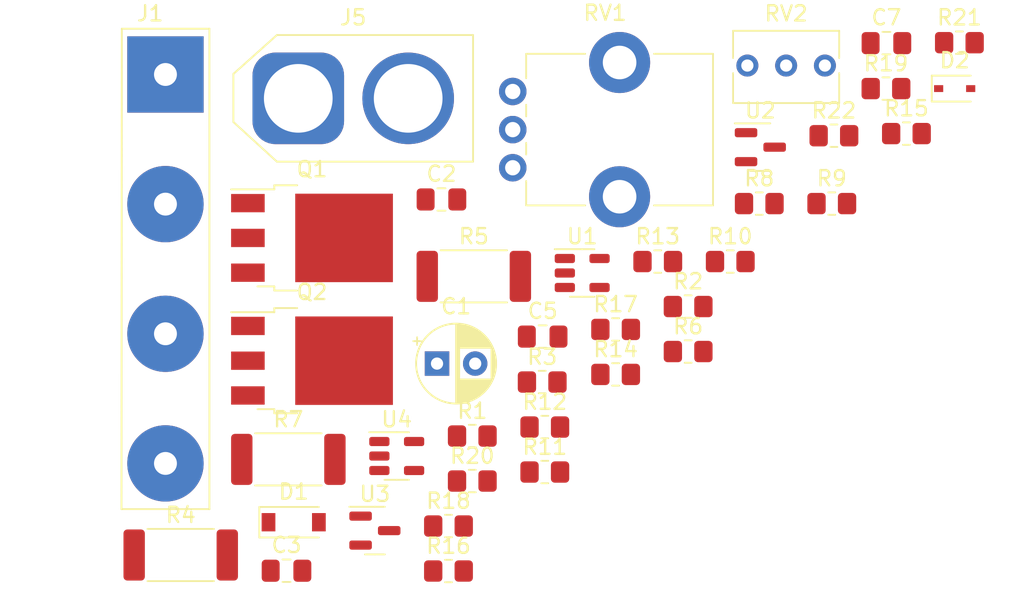
<source format=kicad_pcb>
(kicad_pcb (version 20211014) (generator pcbnew)
  (layers (0 "F.Cu" signal) (31 "B.Cu" signal) (34 "B.Paste" user) (35 "F.Paste" user) (36 "B.SilkS" user "B.Silkscreen") (37 "F.SilkS" user "F.Silkscreen") (38 "B.Mask" user) (39 "F.Mask" user) (44 "Edge.Cuts" user))
  (net 0 "")
  (net 1 "Net-(C1-Pad1)")
  (net 2 "GND")
  (net 3 "Net-(C2-Pad2)")
  (net 4 "Net-(C3-Pad2)")
  (net 5 "Net-(C5-Pad2)")
  (net 6 "Net-(C7-Pad2)")
  (net 7 "Net-(D1-Pad2)")
  (net 8 "Net-(D2-Pad1)")
  (net 9 "Net-(D2-Pad2)")
  (net 10 "+12V")
  (net 11 "Net-(Q1-Pad2)")
  (net 12 "Net-(C4-Pad1)")
  (net 13 "Net-(R9-Pad2)")
  (net 14 "Net-(C4-Pad2)")
  (net 15 "Net-(R13-Pad2)")
  (net 16 "Net-(D3-Pad1)")
  (net 17 "Net-(R15-Pad2)")
  (net 18 "Net-(Q3-Pad1)")
  (net 19 "Net-(R19-Pad2)")
  (net 20 "Net-(R20-Pad1)")
  (net 21 "Net-(J3-Pad1)")
  (net 22 "Net-(R21-Pad2)")
  (net 23 "Net-(J3-Pad2)")
  (footprint "Capacitor_SMD:C_0805_2012Metric_Pad1.18x1.45mm_HandSolder" (layer "F.Cu") (at 99.360225 110.1)
    (fp_text reference "C3" (at 0 -1.68) (layer "F.SilkS"))
    (fp_text value "100n")
    (fp_line (start -0.261252 0.735) (end 0.261252 0.735) (layer "F.SilkS") (width 0.12))
    (fp_line (start -0.261252 -0.735) (end 0.261252 -0.735) (layer "F.SilkS") (width 0.12))
    (pad "1" smd roundrect (at -1.0375 0) (size 1.175 1.45) (layers "F.Cu" "F.Paste" "F.Mask") (roundrect_rratio 0.212766) (net 2 "GND"))
    (pad "2" smd roundrect (at 1.0375 0) (size 1.175 1.45) (layers "F.Cu" "F.Paste" "F.Mask") (roundrect_rratio 0.212766) (net 4 "Net-(C3-Pad2)"))
  )
  (footprint "Capacitor_SMD:C_0805_2012Metric_Pad1.18x1.45mm_HandSolder" (layer "F.Cu") (at 116.140225 94.75)
    (fp_text reference "C5" (at 0 -1.68) (layer "F.SilkS"))
    (fp_text value "100n")
    (fp_line (start -0.261252 -0.735) (end 0.261252 -0.735) (layer "F.SilkS") (width 0.12))
    (fp_line (start -0.261252 0.735) (end 0.261252 0.735) (layer "F.SilkS") (width 0.12))
    (pad "1" smd roundrect (at -1.0375 0) (size 1.175 1.45) (layers "F.Cu" "F.Paste" "F.Mask") (roundrect_rratio 0.212766) (net 2 "GND"))
    (pad "2" smd roundrect (at 1.0375 0) (size 1.175 1.45) (layers "F.Cu" "F.Paste" "F.Mask") (roundrect_rratio 0.212766) (net 5 "Net-(C5-Pad2)"))
  )
  (footprint "Resistor_SMD:R_0805_2012Metric_Pad1.20x1.40mm_HandSolder" (layer "F.Cu") (at 116.280225 100.68)
    (fp_text reference "R12" (at 0 -1.65) (layer "F.SilkS"))
    (fp_text value "2k2")
    (fp_line (start -0.227064 -0.735) (end 0.227064 -0.735) (layer "F.SilkS") (width 0.12))
    (fp_line (start -0.227064 0.735) (end 0.227064 0.735) (layer "F.SilkS") (width 0.12))
    (pad "1" smd roundrect (at -1 0) (size 1.2 1.4) (layers "F.Cu" "F.Paste" "F.Mask") (roundrect_rratio 0.208333) (net 5 "Net-(C5-Pad2)"))
    (pad "2" smd roundrect (at 1 0) (size 1.2 1.4) (layers "F.Cu" "F.Paste" "F.Mask") (roundrect_rratio 0.208333) (net 2 "GND"))
  )
  (footprint "psuk:ATABA S-360-12 connector" (layer "F.Cu") (at 91.430225 77.565)
    (fp_text reference "J1" (at -1 -4) (layer "F.SilkS"))
    (fp_text value "ATABA S-360-12 connector")
    (fp_line (start 2.88 -3) (end 2.88 28.5) (layer "F.SilkS") (width 0.12))
    (fp_line (start -2.86 -3) (end 2.88 -3) (layer "F.SilkS") (width 0.12))
    (fp_line (start 2.88 28.5) (end -2.88 28.5) (layer "F.SilkS") (width 0.12))
    (fp_line (start -2.88 28.5) (end -2.86 -3) (layer "F.SilkS") (width 0.12))
    (pad "1" thru_hole rect (at 0 0) (size 5 5) (drill 1.5) (layers *.Cu *.Mask) (net 2 "GND"))
    (pad "2" thru_hole circle (at 0 8.5) (size 5 5) (drill 1.5) (layers *.Cu *.Mask) (net 2 "GND"))
    (pad "3" thru_hole circle (at 0 17) (size 5 5) (drill 1.5) (layers *.Cu *.Mask) (net 10 "+12V"))
    (pad "4" thru_hole circle (at 0 25.5) (size 5 5) (drill 1.5) (layers *.Cu *.Mask) (net 10 "+12V"))
  )
  (footprint "Resistor_SMD:R_0805_2012Metric_Pad1.20x1.40mm_HandSolder" (layer "F.Cu") (at 116.110225 97.73)
    (fp_text reference "R3" (at 0 -1.65) (layer "F.SilkS"))
    (fp_text value "15k")
    (fp_line (start -0.227064 0.735) (end 0.227064 0.735) (layer "F.SilkS") (width 0.12))
    (fp_line (start -0.227064 -0.735) (end 0.227064 -0.735) (layer "F.SilkS") (width 0.12))
    (pad "1" smd roundrect (at -1 0) (size 1.2 1.4) (layers "F.Cu" "F.Paste" "F.Mask") (roundrect_rratio 0.208333) (net 8 "Net-(D2-Pad1)"))
    (pad "2" smd roundrect (at 1 0) (size 1.2 1.4) (layers "F.Cu" "F.Paste" "F.Mask") (roundrect_rratio 0.208333) (net 9 "Net-(D2-Pad2)"))
  )
  (footprint "Capacitor_SMD:C_0805_2012Metric_Pad1.18x1.45mm_HandSolder" (layer "F.Cu") (at 109.510225 85.76)
    (fp_text reference "C2" (at 0 -1.68) (layer "F.SilkS"))
    (fp_text value "100n")
    (fp_line (start -0.261252 0.735) (end 0.261252 0.735) (layer "F.SilkS") (width 0.12))
    (fp_line (start -0.261252 -0.735) (end 0.261252 -0.735) (layer "F.SilkS") (width 0.12))
    (pad "1" smd roundrect (at -1.0375 0) (size 1.175 1.45) (layers "F.Cu" "F.Paste" "F.Mask") (roundrect_rratio 0.212766) (net 2 "GND"))
    (pad "2" smd roundrect (at 1.0375 0) (size 1.175 1.45) (layers "F.Cu" "F.Paste" "F.Mask") (roundrect_rratio 0.212766) (net 3 "Net-(C2-Pad2)"))
  )
  (footprint "Potentiometer_THT:Potentiometer_Bourns_3266Y_Vertical" (layer "F.Cu") (at 134.630225 76.98)
    (fp_text reference "RV2" (at -2.54 -3.41) (layer "F.SilkS"))
    (fp_text value "1k")
    (fp_line (start 0.935 -2.28) (end 0.935 -0.494) (layer "F.SilkS") (width 0.12))
    (fp_line (start -6.015 0.496) (end -6.015 2.46) (layer "F.SilkS") (width 0.12))
    (fp_line (start -6.015 -2.28) (end -6.015 -0.494) (layer "F.SilkS") (width 0.12))
    (fp_line (start 0.935 0.496) (end 0.935 2.46) (layer "F.SilkS") (width 0.12))
    (fp_line (start -6.015 -2.28) (end 0.935 -2.28) (layer "F.SilkS") (width 0.12))
    (fp_line (start -6.015 2.46) (end 0.935 2.46) (layer "F.SilkS") (width 0.12))
    (pad "1" thru_hole circle (at 0 0) (size 1.44 1.44) (drill 0.8) (layers *.Cu *.Mask) (net 23 "Net-(J3-Pad2)"))
    (pad "2" thru_hole circle (at -2.54 0) (size 1.44 1.44) (drill 0.8) (layers *.Cu *.Mask) (net 23 "Net-(J3-Pad2)"))
    (pad "3" thru_hole circle (at -5.08 0) (size 1.44 1.44) (drill 0.8) (layers *.Cu *.Mask) (net 22 "Net-(R21-Pad2)"))
  )
  (footprint "Resistor_SMD:R_0805_2012Metric_Pad1.20x1.40mm_HandSolder" (layer "F.Cu") (at 120.920225 97.23)
    (fp_text reference "R14" (at 0 -1.65) (layer "F.SilkS"))
    (fp_text value "1k")
    (fp_line (start -0.227064 -0.735) (end 0.227064 -0.735) (layer "F.SilkS") (width 0.12))
    (fp_line (start -0.227064 0.735) (end 0.227064 0.735) (layer "F.SilkS") (width 0.12))
    (pad "1" smd roundrect (at -1 0) (size 1.2 1.4) (layers "F.Cu" "F.Paste" "F.Mask") (roundrect_rratio 0.208333) (net 10 "+12V"))
    (pad "2" smd roundrect (at 1 0) (size 1.2 1.4) (layers "F.Cu" "F.Paste" "F.Mask") (roundrect_rratio 0.208333) (net 16 "Net-(D3-Pad1)"))
  )
  (footprint "Diode_SMD:D_SOD-323" (layer "F.Cu") (at 143.130225 78.49)
    (fp_text reference "D2" (at 0 -1.85) (layer "F.SilkS"))
    (fp_text value "BZX384B10")
    (fp_line (start -1.5 -0.85) (end 1.05 -0.85) (layer "F.SilkS") (width 0.12))
    (fp_line (start -1.5 -0.85) (end -1.5 0.85) (layer "F.SilkS") (width 0.12))
    (fp_line (start -1.5 0.85) (end 1.05 0.85) (layer "F.SilkS") (width 0.12))
    (pad "1" smd rect (at -1.05 0) (size 0.6 0.45) (layers "F.Cu" "F.Paste" "F.Mask") (net 8 "Net-(D2-Pad1)"))
    (pad "2" smd rect (at 1.05 0) (size 0.6 0.45) (layers "F.Cu" "F.Paste" "F.Mask") (net 9 "Net-(D2-Pad2)"))
  )
  (footprint "Resistor_SMD:R_0805_2012Metric_Pad1.20x1.40mm_HandSolder" (layer "F.Cu") (at 139.970225 81.44)
    (fp_text reference "R15" (at 0 -1.65) (layer "F.SilkS"))
    (fp_text value "2k2")
    (fp_line (start -0.227064 -0.735) (end 0.227064 -0.735) (layer "F.SilkS") (width 0.12))
    (fp_line (start -0.227064 0.735) (end 0.227064 0.735) (layer "F.SilkS") (width 0.12))
    (pad "1" smd roundrect (at -1 0) (size 1.2 1.4) (layers "F.Cu" "F.Paste" "F.Mask") (roundrect_rratio 0.208333) (net 16 "Net-(D3-Pad1)"))
    (pad "2" smd roundrect (at 1 0) (size 1.2 1.4) (layers "F.Cu" "F.Paste" "F.Mask") (roundrect_rratio 0.208333) (net 17 "Net-(R15-Pad2)"))
  )
  (footprint "Package_TO_SOT_SMD:TO-252-3_TabPin2" (layer "F.Cu") (at 101.030225 88.28)
    (fp_text reference "Q1" (at 0 -4.5) (layer "F.SilkS"))
    (fp_text value "AOD240")
    (fp_line (start -2.47 3.45) (end -2.47 3.18) (layer "F.SilkS") (width 0.12))
    (fp_line (start -0.97 3.45) (end -2.47 3.45) (layer "F.SilkS") (width 0.12))
    (fp_line (start -2.47 -3.18) (end -5.3 -3.18) (layer "F.SilkS") (width 0.12))
    (fp_line (start -0.97 -3.45) (end -2.47 -3.45) (layer "F.SilkS") (width 0.12))
    (fp_line (start -2.47 -3.45) (end -2.47 -3.18) (layer "F.SilkS") (width 0.12))
    (fp_line (start -2.47 3.18) (end -3.57 3.18) (layer "F.SilkS") (width 0.12))
    (pad "1" smd rect (at -4.2 -2.28) (size 2.2 1.2) (layers "F.Cu" "F.Paste" "F.Mask") (net 8 "Net-(D2-Pad1)"))
    (pad "2" smd rect (at 2.1 0) (size 6.4 5.8) (layers "F.Cu" "F.Mask") (net 11 "Net-(Q1-Pad2)"))
    (pad "2" smd rect (at -4.2 0) (size 2.2 1.2) (layers "F.Cu" "F.Paste" "F.Mask") (net 11 "Net-(Q1-Pad2)"))
    (pad "3" smd rect (at -4.2 2.28) (size 2.2 1.2) (layers "F.Cu" "F.Paste" "F.Mask") (net 9 "Net-(D2-Pad2)"))
  )
  (footprint "Resistor_SMD:R_0805_2012Metric_Pad1.20x1.40mm_HandSolder" (layer "F.Cu") (at 111.530225 101.27)
    (fp_text reference "R1" (at 0 -1.65) (layer "F.SilkS"))
    (fp_text value "15k")
    (fp_line (start -0.227064 -0.735) (end 0.227064 -0.735) (layer "F.SilkS") (width 0.12))
    (fp_line (start -0.227064 0.735) (end 0.227064 0.735) (layer "F.SilkS") (width 0.12))
    (pad "1" smd roundrect (at -1 0) (size 1.2 1.4) (layers "F.Cu" "F.Paste" "F.Mask") (roundrect_rratio 0.208333) (net 1 "Net-(C1-Pad1)"))
    (pad "2" smd roundrect (at 1 0) (size 1.2 1.4) (layers "F.Cu" "F.Paste" "F.Mask") (roundrect_rratio 0.208333) (net 2 "GND"))
  )
  (footprint "Resistor_SMD:R_0805_2012Metric_Pad1.20x1.40mm_HandSolder" (layer "F.Cu") (at 120.920225 94.28)
    (fp_text reference "R17" (at 0 -1.65) (layer "F.SilkS"))
    (fp_text value "47")
    (fp_line (start -0.227064 -0.735) (end 0.227064 -0.735) (layer "F.SilkS") (width 0.12))
    (fp_line (start -0.227064 0.735) (end 0.227064 0.735) (layer "F.SilkS") (width 0.12))
    (pad "1" smd roundrect (at -1 0) (size 1.2 1.4) (layers "F.Cu" "F.Paste" "F.Mask") (roundrect_rratio 0.208333) (net 6 "Net-(C7-Pad2)"))
    (pad "2" smd roundrect (at 1 0) (size 1.2 1.4) (layers "F.Cu" "F.Paste" "F.Mask") (roundrect_rratio 0.208333) (net 10 "+12V"))
  )
  (footprint "Resistor_SMD:R_0805_2012Metric_Pad1.20x1.40mm_HandSolder" (layer "F.Cu") (at 135.080225 86.03)
    (fp_text reference "R9" (at 0 -1.65) (layer "F.SilkS"))
    (fp_text value "4k3")
    (fp_line (start -0.227064 0.735) (end 0.227064 0.735) (layer "F.SilkS") (width 0.12))
    (fp_line (start -0.227064 -0.735) (end 0.227064 -0.735) (layer "F.SilkS") (width 0.12))
    (pad "1" smd roundrect (at -1 0) (size 1.2 1.4) (layers "F.Cu" "F.Paste" "F.Mask") (roundrect_rratio 0.208333) (net 12 "Net-(C4-Pad1)"))
    (pad "2" smd roundrect (at 1 0) (size 1.2 1.4) (layers "F.Cu" "F.Paste" "F.Mask") (roundrect_rratio 0.208333) (net 13 "Net-(R9-Pad2)"))
  )
  (footprint "Package_TO_SOT_SMD:SOT-23" (layer "F.Cu") (at 105.150225 107.47)
    (fp_text reference "U3" (at 0 -2.4) (layer "F.SilkS"))
    (fp_text value "TL431DBZ")
    (fp_line (start 0 -1.56) (end -1.675 -1.56) (layer "F.SilkS") (width 0.12))
    (fp_line (start 0 -1.56) (end 0.65 -1.56) (layer "F.SilkS") (width 0.12))
    (fp_line (start 0 1.56) (end 0.65 1.56) (layer "F.SilkS") (width 0.12))
    (fp_line (start 0 1.56) (end -0.65 1.56) (layer "F.SilkS") (width 0.12))
    (pad "1" smd roundrect (at -0.9375 -0.95) (size 1.475 0.6) (layers "F.Cu" "F.Paste" "F.Mask") (net 17 "Net-(R15-Pad2)"))
    (pad "2" smd roundrect (at -0.9375 0.95) (size 1.475 0.6) (layers "F.Cu" "F.Paste" "F.Mask") (net 14 "Net-(C4-Pad2)"))
    (pad "3" smd roundrect (at 0.9375 0) (size 1.475 0.6) (layers "F.Cu" "F.Paste" "F.Mask") (net 2 "GND"))
  )
  (footprint "Connector_AMASS:AMASS_XT60-F_1x02_P7.20mm_Vertical" (layer "F.Cu") (at 100.130225 79.13)
    (fp_text reference "J5" (at 3.6 -5.3 180) (layer "F.SilkS"))
    (fp_text value "XT-60F")
    (fp_line (start -1.4 -4.15) (end -4.25 -1.6) (layer "F.SilkS") (width 0.12))
    (fp_line (start 11.45 -4.15) (end -1.4 -4.15) (layer "F.SilkS") (width 0.12))
    (fp_line (start -1.4 4.15) (end 11.45 4.15) (layer "F.SilkS") (width 0.12))
    (fp_line (start 11.45 4.15) (end 11.45 -4.15) (layer "F.SilkS") (width 0.12))
    (fp_line (start -4.25 -1.6) (end -4.25 1.55) (layer "F.SilkS") (width 0.12))
    (fp_line (start -4.25 1.55) (end -1.4 4.15) (layer "F.SilkS") (width 0.12))
    (pad "1" thru_hole roundrect (at 0 0) (size 6 6) (drill 4.5) (layers *.Cu *.Mask) (net 9 "Net-(D2-Pad2)"))
    (pad "2" thru_hole circle (at 7.2 0) (size 6 6) (drill 4.5) (layers *.Cu *.Mask) (net 10 "+12V"))
  )
  (footprint "Resistor_SMD:R_0805_2012Metric_Pad1.20x1.40mm_HandSolder" (layer "F.Cu") (at 125.670225 95.73)
    (fp_text reference "R6" (at 0 -1.65) (layer "F.SilkS"))
    (fp_text value "47")
    (fp_line (start -0.227064 0.735) (end 0.227064 0.735) (layer "F.SilkS") (width 0.12))
    (fp_line (start -0.227064 -0.735) (end 0.227064 -0.735) (layer "F.SilkS") (width 0.12))
    (pad "1" smd roundrect (at -1 0) (size 1.2 1.4) (layers "F.Cu" "F.Paste" "F.Mask") (roundrect_rratio 0.208333) (net 2 "GND"))
    (pad "2" smd roundrect (at 1 0) (size 1.2 1.4) (layers "F.Cu" "F.Paste" "F.Mask") (roundrect_rratio 0.208333) (net 12 "Net-(C4-Pad1)"))
  )
  (footprint "Resistor_SMD:R_2512_6332Metric_Pad1.40x3.35mm_HandSolder" (layer "F.Cu") (at 99.480225 102.8)
    (fp_text reference "R7" (at 0 -2.62) (layer "F.SilkS"))
    (fp_text value "R003")
    (fp_line (start -2.177064 -1.71) (end 2.177064 -1.71) (layer "F.SilkS") (width 0.12))
    (fp_line (start -2.177064 1.71) (end 2.177064 1.71) (layer "F.SilkS") (width 0.12))
    (pad "1" smd roundrect (at -3.05 0) (size 1.4 3.35) (layers "F.Cu" "F.Paste" "F.Mask") (roundrect_rratio 0.178571) (net 11 "Net-(Q1-Pad2)"))
    (pad "2" smd roundrect (at 3.05 0) (size 1.4 3.35) (layers "F.Cu" "F.Paste" "F.Mask") (roundrect_rratio 0.178571) (net 2 "GND"))
  )
  (footprint "Resistor_SMD:R_0805_2012Metric_Pad1.20x1.40mm_HandSolder" (layer "F.Cu") (at 109.970225 107.17)
    (fp_text reference "R18" (at 0 -1.65) (layer "F.SilkS"))
    (fp_text value "15k")
    (fp_line (start -0.227064 -0.735) (end 0.227064 -0.735) (layer "F.SilkS") (width 0.12))
    (fp_line (start -0.227064 0.735) (end 0.227064 0.735) (layer "F.SilkS") (width 0.12))
    (pad "1" smd roundrect (at -1 0) (size 1.2 1.4) (layers "F.Cu" "F.Paste" "F.Mask") (roundrect_rratio 0.208333) (net 18 "Net-(Q3-Pad1)"))
    (pad "2" smd roundrect (at 1 0) (size 1.2 1.4) (layers "F.Cu" "F.Paste" "F.Mask") (roundrect_rratio 0.208333) (net 10 "+12V"))
  )
  (footprint "Resistor_SMD:R_2512_6332Metric_Pad1.40x3.35mm_HandSolder" (layer "F.Cu") (at 92.430225 109.07)
    (fp_text reference "R4" (at 0 -2.62) (layer "F.SilkS"))
    (fp_text value "R003")
    (fp_line (start -2.177064 -1.71) (end 2.177064 -1.71) (layer "F.SilkS") (width 0.12))
    (fp_line (start -2.177064 1.71) (end 2.177064 1.71) (layer "F.SilkS") (width 0.12))
    (pad "1" smd roundrect (at -3.05 0) (size 1.4 3.35) (layers "F.Cu" "F.Paste" "F.Mask") (roundrect_rratio 0.178571) (net 11 "Net-(Q1-Pad2)"))
    (pad "2" smd roundrect (at 3.05 0) (size 1.4 3.35) (layers "F.Cu" "F.Paste" "F.Mask") (roundrect_rratio 0.178571) (net 2 "GND"))
  )
  (footprint "Resistor_SMD:R_2512_6332Metric_Pad1.40x3.35mm_HandSolder" (layer "F.Cu") (at 111.630225 90.8)
    (fp_text reference "R5" (at 0 -2.62) (layer "F.SilkS"))
    (fp_text value "R003")
    (fp_line (start -2.177064 -1.71) (end 2.177064 -1.71) (layer "F.SilkS") (width 0.12))
    (fp_line (start -2.177064 1.71) (end 2.177064 1.71) (layer "F.SilkS") (width 0.12))
    (pad "1" smd roundrect (at -3.05 0) (size 1.4 3.35) (layers "F.Cu" "F.Paste" "F.Mask") (roundrect_rratio 0.178571) (net 11 "Net-(Q1-Pad2)"))
    (pad "2" smd roundrect (at 3.05 0) (size 1.4 3.35) (layers "F.Cu" "F.Paste" "F.Mask") (roundrect_rratio 0.178571) (net 2 "GND"))
  )
  (footprint "Resistor_SMD:R_0805_2012Metric_Pad1.20x1.40mm_HandSolder" (layer "F.Cu") (at 123.680225 89.83)
    (fp_text reference "R13" (at 0 -1.65) (layer "F.SilkS"))
    (fp_text value "47")
    (fp_line (start -0.227064 -0.735) (end 0.227064 -0.735) (layer "F.SilkS") (width 0.12))
    (fp_line (start -0.227064 0.735) (end 0.227064 0.735) (layer "F.SilkS") (width 0.12))
    (pad "1" smd roundrect (at -1 0) (size 1.2 1.4) (layers "F.Cu" "F.Paste" "F.Mask") (roundrect_rratio 0.208333) (net 14 "Net-(C4-Pad2)"))
    (pad "2" smd roundrect (at 1 0) (size 1.2 1.4) (layers "F.Cu" "F.Paste" "F.Mask") (roundrect_rratio 0.208333) (net 15 "Net-(R13-Pad2)"))
  )
  (footprint "psuk:Potentiometer_Bourns_PTV09A-1_Single_Vertical" (layer "F.Cu") (at 114.180225 83.68)
    (fp_text reference "RV1" (at 6.05 -10.15) (layer "F.SilkS"))
    (fp_text value "10k")
    (fp_line (start 9.255 -7.47) (end 13.12 -7.47) (layer "F.SilkS") (width 0.12))
    (fp_line (start 13.12 -7.47) (end 13.12 2.47) (layer "F.SilkS") (width 0.12))
    (fp_line (start 0.88 -7.47) (end 4.745 -7.47) (layer "F.SilkS") (width 0.12))
    (fp_line (start 0.88 -7.47) (end 0.88 -5.871) (layer "F.SilkS") (width 0.12))
    (fp_line (start 9.255 2.47) (end 13.12 2.47) (layer "F.SilkS") (width 0.12))
    (fp_line (start 0.88 0.87) (end 0.88 2.47) (layer "F.SilkS") (width 0.12))
    (fp_line (start 0.88 -4.129) (end 0.88 -3.37) (layer "F.SilkS") (width 0.12))
    (fp_line (start 0.88 2.47) (end 4.745 2.47) (layer "F.SilkS") (width 0.12))
    (fp_line (start 0.88 -1.629) (end 0.88 -0.87) (layer "F.SilkS") (width 0.12))
    (pad "1" thru_hole circle (at 0 0) (size 1.8 1.8) (drill 1) (layers *.Cu *.Mask) (net 13 "Net-(R9-Pad2)"))
    (pad "2" thru_hole circle (at 0 -2.5) (size 1.8 1.8) (drill 1) (layers *.Cu *.Mask) (net 14 "Net-(C4-Pad2)"))
    (pad "3" thru_hole circle (at 0 -5) (size 1.8 1.8) (drill 1) (layers *.Cu *.Mask) (net 14 "Net-(C4-Pad2)"))
    (pad "MP" thru_hole circle (at 7 1.9) (size 4 4) (drill 2.2) (layers *.Cu *.Mask) (net 2 "GND"))
    (pad "MP" thru_hole circle (at 7 -6.9) (size 4 4) (drill 2.2) (layers *.Cu *.Mask) (net 2 "GND"))
  )
  (footprint "Resistor_SMD:R_0805_2012Metric_Pad1.20x1.40mm_HandSolder" (layer "F.Cu") (at 125.670225 92.78)
    (fp_text reference "R2" (at 0 -1.65) (layer "F.SilkS"))
    (fp_text value "2k2")
    (fp_line (start -0.227064 0.735) (end 0.227064 0.735) (layer "F.SilkS") (width 0.12))
    (fp_line (start -0.227064 -0.735) (end 0.227064 -0.735) (layer "F.SilkS") (width 0.12))
    (pad "1" smd roundrect (at -1 0) (size 1.2 1.4) (layers "F.Cu" "F.Paste" "F.Mask") (roundrect_rratio 0.208333) (net 1 "Net-(C1-Pad1)"))
    (pad "2" smd roundrect (at 1 0) (size 1.2 1.4) (layers "F.Cu" "F.Paste" "F.Mask") (roundrect_rratio 0.208333) (net 8 "Net-(D2-Pad1)"))
  )
  (footprint "Capacitor_THT:CP_Radial_D5.0mm_P2.50mm" (layer "F.Cu") (at 109.22 96.52)
    (fp_text reference "C1" (at 1.25 -3.75) (layer "F.SilkS"))
    (fp_text value "22uF")
    (fp_line (start 2.891 -2.004) (end 2.891 -1.04) (layer "F.SilkS") (width 0.12))
    (fp_line (start 2.371 1.04) (end 2.371 2.329) (layer "F.SilkS") (width 0.12))
    (fp_line (start 3.251 -1.653) (end 3.251 -1.04) (layer "F.SilkS") (width 0.12))
    (fp_line (start 2.771 -2.095) (end 2.771 -1.04) (layer "F.SilkS") (width 0.12))
    (fp_line (start 2.971 1.04) (end 2.971 1.937) (layer "F.SilkS") (width 0.12))
    (fp_line (start 2.051 -2.455) (end 2.051 -1.04) (layer "F.SilkS") (width 0.12))
    (fp_line (start 1.57 1.04) (end 1.57 2.561) (layer "F.SilkS") (width 0.12))
    (fp_line (start 3.411 1.04) (end 3.411 1.443) (layer "F.SilkS") (width 0.12))
    (fp_line (start 1.25 -2.58) (end 1.25 2.58) (layer "F.SilkS") (width 0.12))
    (fp_line (start 2.811 1.04) (end 2.811 2.065) (layer "F.SilkS") (width 0.12))
    (fp_line (start 3.451 1.04) (end 3.451 1.383) (layer "F.SilkS") (width 0.12))
    (fp_line (start 1.41 -2.576) (end 1.41 2.576) (layer "F.SilkS") (width 0.12))
    (fp_line (start 1.65 -2.55) (end 1.65 -1.04) (layer "F.SilkS") (width 0.12))
    (fp_line (start 1.89 -2.501) (end 1.89 -1.04) (layer "F.SilkS") (width 0.12))
    (fp_line (start 3.811 -0.518) (end 3.811 0.518) (layer "F.SilkS") (width 0.12))
    (fp_line (start 1.73 1.04) (end 1.73 2.536) (layer "F.SilkS") (width 0.12))
    (fp_line (start 2.731 -2.122) (end 2.731 -1.04) (layer "F.SilkS") (width 0.12))
    (fp_line (start 1.81 -2.52) (end 1.81 -1.04) (layer "F.SilkS") (width 0.12))
    (fp_line (start 2.011 -2.468) (end 2.011 -1.04) (layer "F.SilkS") (width 0.12))
    (fp_line (start 2.771 1.04) (end 2.771 2.095) (layer "F.SilkS") (width 0.12))
    (fp_line (start 1.85 -2.511) (end 1.85 -1.04) (layer "F.SilkS") (width 0.12))
    (fp_line (start 2.691 1.04) (end 2.691 2.149) (layer "F.SilkS") (width 0.12))
    (fp_line (start 2.651 -2.175) (end 2.651 -1.04) (layer "F.SilkS") (width 0.12))
    (fp_line (start 1.93 -2.491) (end 1.93 -1.04) (layer "F.SilkS") (width 0.12))
    (fp_line (start 2.611 -2.2) (end 2.611 -1.04) (layer "F.SilkS") (width 0.12))
    (fp_line (start 1.61 1.04) (end 1.61 2.556) (layer "F.SilkS") (width 0.12))
    (fp_line (start 2.171 1.04) (end 2.171 2.414) (layer "F.SilkS") (width 0.12))
    (fp_line (start 1.37 -2.578) (end 1.37 2.578) (layer "F.SilkS") (width 0.12))
    (fp_line (start 3.531 -1.251) (end 3.531 -1.04) (layer "F.SilkS") (width 0.12))
    (fp_line (start 2.931 1.04) (end 2.931 1.971) (layer "F.SilkS") (width 0.12))
    (fp_line (start 3.371 -1.5) (end 3.371 -1.04) (layer "F.SilkS") (width 0.12))
    (fp_line (start 2.411 -2.31) (end 2.411 -1.04) (layer "F.SilkS") (width 0.12))
    (fp_line (start 2.811 -2.065) (end 2.811 -1.04) (layer "F.SilkS") (width 0.12))
    (fp_line (start 1.77 -2.528) (end 1.77 -1.04) (layer "F.SilkS") (width 0.12))
    (fp_line (start 3.291 1.04) (end 3.291 1.605) (layer "F.SilkS") (width 0.12))
    (fp_line (start 1.57 -2.561) (end 1.57 -1.04) (layer "F.SilkS") (width 0.12))
    (fp_line (start 2.251 1.04) (end 2.251 2.382) (layer "F.SilkS") (width 0.12))
    (fp_line (start 3.131 1.04) (end 3.131 1.785) (layer "F.SilkS") (width 0.12))
    (fp_line (start 1.69 -2.543) (end 1.69 -1.04) (layer "F.SilkS") (width 0.12))
    (fp_line (start 3.371 1.04) (end 3.371 1.5) (layer "F.SilkS") (width 0.12))
    (fp_line (start 3.331 1.04) (end 3.331 1.554) (layer "F.SilkS") (width 0.12))
    (fp_line (start 1.69 1.04) (end 1.69 2.543) (layer "F.SilkS") (width 0.12))
    (fp_line (start 3.731 -0.805) (end 3.731 0.805) (layer "F.SilkS") (width 0.12))
    (fp_line (start 2.251 -2.382) (end 2.251 -1.04) (layer "F.SilkS") (width 0.12))
    (fp_line (start 3.491 -1.319) (end 3.491 -1.04) (layer "F.SilkS") (width 0.12))
    (fp_line (start 2.371 -2.329) (end 2.371 -1.04) (layer "F.SilkS") (width 0.12))
    (fp_line (start 2.931 -1.971) (end 2.931 -1.04) (layer "F.SilkS") (width 0.12))
    (fp_line (start 1.61 -2.556) (end 1.61 -1.04) (layer "F.SilkS") (width 0.12))
    (fp_line (start 3.451 -1.383) (end 3.451 -1.04) (layer "F.SilkS") (width 0.12))
    (fp_line (start 3.651 -1.011) (end 3.651 1.011) (layer "F.SilkS") (width 0.12))
    (fp_line (start 3.851 -0.284) (end 3.851 0.284) (layer "F.SilkS") (width 0.12))
    (fp_line (start 1.73 -2.536) (end 1.73 -1.04) (layer "F.SilkS") (width 0.12))
    (fp_line (start 2.291 -2.365) (end 2.291 -1.04) (layer "F.SilkS") (width 0.12))
    (fp_line (start 3.051 -1.864) (end 3.051 -1.04) (layer "F.SilkS") (width 0.12))
    (fp_line (start 3.771 -0.677) (end 3.771 0.677) (layer "F.SilkS") (width 0.12))
    (fp_line (start 1.53 1.04) (end 1.53 2.565) (layer "F.SilkS") (width 0.12))
    (fp_line (start 1.89 1.04) (end 1.89 2.501) (layer "F.SilkS") (width 0.12))
    (fp_line (start 2.691 -2.149) (end 2.691 -1.04) (layer "F.SilkS") (width 0.12))
    (fp_line (start 2.451 -2.29) (end 2.451 -1.04) (layer "F.SilkS") (width 0.12))
    (fp_line (start 2.531 -2.247) (end 2.531 -1.04) (layer "F.SilkS") (width 0.12))
    (fp_line (start 2.491 -2.268) (end 2.491 -1.04) (layer "F.SilkS") (width 0.12))
    (fp_line (start 2.091 -2.442) (end 2.091 -1.04) (layer "F.SilkS") (width 0.12))
    (fp_line (start 2.571 -2.224) (end 2.571 -1.04) (layer "F.SilkS") (width 0.12))
    (fp_line (start 3.411 -1.443) (end 3.411 -1.04) (layer "F.SilkS") (width 0.12))
    (fp_line (start 2.051 1.04) (end 2.051 2.455) (layer "F.SilkS") (width 0.12))
    (fp_line (start 2.211 1.04) (end 2.211 2.398) (layer "F.SilkS") (width 0.12))
    (fp_line (start 2.971 -1.937) (end 2.971 -1.04) (layer "F.SilkS") (width 0.12))
    (fp_line (start 1.45 -2.573) (end 1.45 2.573) (layer "F.SilkS") (width 0.12))
    (fp_line (start 3.531 1.04) (end 3.531 1.251) (layer "F.SilkS") (width 0.12))
    (fp_line (start 3.611 -1.098) (end 3.611 1.098) (layer "F.SilkS") (width 0.12))
    (fp_line (start 1.971 -2.48) (end 1.971 -1.04) (layer "F.SilkS") (width 0.12))
    (fp_line (start 2.491 1.04) (end 2.491 2.268) (layer "F.SilkS") (width 0.12))
    (fp_line (start 2.131 -2.428) (end 2.131 -1.04) (layer "F.SilkS") (width 0.12))
    (fp_line (start 2.011 1.04) (end 2.011 2.468) (layer "F.SilkS") (width 0.12))
    (fp_line (start 2.611 1.04) (end 2.611 2.2) (layer "F.SilkS") (width 0.12))
    (fp_line (start 3.051 1.04) (end 3.051 1.864) (layer "F.SilkS") (width 0.12))
    (fp_line (start 1.49 1.04) (end 1.49 2.569) (layer "F.SilkS") (width 0.12))
    (fp_line (start 1.971 1.04) (end 1.971 2.48) (layer "F.SilkS") (width 0.12))
    (fp_line (start 3.491 1.04) (end 3.491 1.319) (layer "F.SilkS") (width 0.12))
    (fp_line (start 2.291 1.04) (end 2.291 2.365) (layer "F.SilkS") (width 0.12))
    (fp_line (start 1.77 1.04) (end 1.77 2.528) (layer "F.SilkS") (width 0.12))
    (fp_line (start 2.891 1.04) (end 2.891 2.004) (layer "F.SilkS") (width 0.12))
    (fp_line (start 1.49 -2.569) (end 1.49 -1.04) (layer "F.SilkS") (width 0.12))
    (fp_line (start 2.331 1.04) (end 2.331 2.348) (layer "F.SilkS") (width 0.12))
    (fp_line (start 2.851 -2.035) (end 2.851 -1.04) (layer "F.SilkS") (width 0.12))
    (fp_line (start 3.571 -1.178) (end 3.571 1.178) (layer "F.SilkS") (width 0.12))
    (fp_line (start 3.011 -1.901) (end 3.011 -1.04) (layer "F.SilkS") (width 0.12))
    (fp_line (start 2.571 1.04) (end 2.571 2.224) (layer "F.SilkS") (width 0.12))
    (fp_line (start 3.171 1.04) (end 3.171 1.743) (layer "F.SilkS") (width 0.12))
    (fp_line (start 3.211 1.04) (end 3.211 1.699) (layer "F.SilkS") (width 0.12))
    (fp_line (start 3.211 -1.699) (end 3.211 -1.04) (layer "F.SilkS") (width 0.12))
    (fp_line (start 2.851 1.04) (end 2.851 2.035) (layer "F.SilkS") (width 0.12))
    (fp_line (start 3.691 -0.915) (end 3.691 0.915) (layer "F.SilkS") (width 0.12))
    (fp_line (start 2.411 1.04) (end 2.411 2.31) (layer "F.SilkS") (width 0.12))
    (fp_line (start -1.304775 -1.725) (end -1.304775 -1.225) (layer "F.SilkS") (width 0.12))
    (fp_line (start 3.171 -1.743) (end 3.171 -1.04) (layer "F.SilkS") (width 0.12))
    (fp_line (start 3.291 -1.605) (end 3.291 -1.04) (layer "F.SilkS") (width 0.12))
    (fp_line (start -1.554775 -1.475) (end -1.054775 -1.475) (layer "F.SilkS") (width 0.12))
    (fp_line (start 2.651 1.04) (end 2.651 2.175) (layer "F.SilkS") (width 0.12))
    (fp_line (start 1.81 1.04) (end 1.81 2.52) (layer "F.SilkS") (width 0.12))
    (fp_line (start 2.091 1.04) (end 2.091 2.442) (layer "F.SilkS") (width 0.12))
    (fp_line (start 1.85 1.04) (end 1.85 2.511) (layer "F.SilkS") (width 0.12))
    (fp_line (start 2.131 1.04) (end 2.131 2.428) (layer "F.SilkS") (width 0.12))
    (fp_line (start 2.531 1.04) (end 2.531 2.247) (layer "F.SilkS") (width 0.12))
    (fp_line (start 3.091 1.04) (end 3.091 1.826) (layer "F.SilkS") (width 0.12))
    (fp_line (start 2.171 -2.414) (end 2.171 -1.04) (layer "F.SilkS") (width 0.12))
    (fp_line (start 1.65 1.04) (end 1.65 2.55) (layer "F.SilkS") (width 0.12))
    (fp_line (start 3.331 -1.554) (end 3.331 -1.04) (layer "F.SilkS") (width 0.12))
    (fp_line (start 1.33 -2.579) (end 1.33 2.579) (layer "F.SilkS") (width 0.12))
    (fp_line (start 2.331 -2.348) (end 2.331 -1.04) (layer "F.SilkS") (width 0.12))
    (fp_line (start 2.731 1.04) (end 2.731 2.122) (layer "F.SilkS") (width 0.12))
    (fp_line (start 2.451 1.04) (end 2.451 2.29) (layer "F.SilkS") (width 0.12))
    (fp_line (start 3.131 -1.785) (end 3.131 -1.04) (layer "F.SilkS") (width 0.12))
    (fp_line (start 3.091 -1.826) (end 3.091 -1.04) (layer "F.SilkS") (width 0.12))
    (fp_line (start 1.53 -2.565) (end 1.53 -1.04) (layer "F.SilkS") (width 0.12))
    (fp_line (start 2.211 -2.398) (end 2.211 -1.04) (layer "F.SilkS") (width 0.12))
    (fp_line (start 3.011 1.04) (end 3.011 1.901) (layer "F.SilkS") (width 0.12))
    (fp_line (start 1.29 -2.58) (end 1.29 2.58) (layer "F.SilkS") (width 0.12))
    (fp_line (start 3.251 1.04) (end 3.251 1.653) (layer "F.SilkS") (width 0.12))
    (fp_line (start 1.93 1.04) (end 1.93 2.491) (layer "F.SilkS") (width 0.12))
    (fp_circle (center 1.25 0) (end 3.87 0) (layer "F.SilkS") (width 0.12) (fill none))
    (pad "1" thru_hole rect (at 0 0) (size 1.6 1.6) (drill 0.8) (layers *.Cu *.Mask) (net 1 "Net-(C1-Pad1)"))
    (pad "2" thru_hole circle (at 2.5 0) (size 1.6 1.6) (drill 0.8) (layers *.Cu *.Mask) (net 2 "GND"))
  )
  (footprint "Resistor_SMD:R_0805_2012Metric_Pad1.20x1.40mm_HandSolder" (layer "F.Cu") (at 111.530225 104.22)
    (fp_text reference "R20" (at 0 -1.65) (layer "F.SilkS"))
    (fp_text value "30k")
    (fp_line (start -0.227064 -0.735) (end 0.227064 -0.735) (layer "F.SilkS") (width 0.12))
    (fp_line (start -0.227064 0.735) (end 0.227064 0.735) (layer "F.SilkS") (width 0.12))
    (pad "1" smd roundrect (at -1 0) (size 1.2 1.4) (layers "F.Cu" "F.Paste" "F.Mask") (roundrect_rratio 0.208333) (net 20 "Net-(R20-Pad1)"))
    (pad "2" smd roundrect (at 1 0) (size 1.2 1.4) (layers "F.Cu" "F.Paste" "F.Mask") (roundrect_rratio 0.208333) (net 21 "Net-(J3-Pad1)"))
  )
  (footprint "Resistor_SMD:R_0805_2012Metric_Pad1.20x1.40mm_HandSolder" (layer "F.Cu") (at 109.970225 110.12)
    (fp_text reference "R16" (at 0 -1.65) (layer "F.SilkS"))
    (fp_text value "220k")
    (fp_line (start -0.227064 0.735) (end 0.227064 0.735) (layer "F.SilkS") (width 0.12))
    (fp_line (start -0.227064 -0.735) (end 0.227064 -0.735) (layer "F.SilkS") (width 0.12))
    (pad "1" smd roundrect (at -1 0) (size 1.2 1.4) (layers "F.Cu" "F.Paste" "F.Mask") (roundrect_rratio 0.208333) (net 5 "Net-(C5-Pad2)"))
    (pad "2" smd roundrect (at 1 0) (size 1.2 1.4) (layers "F.Cu" "F.Paste" "F.Mask") (roundrect_rratio 0.208333) (net 18 "Net-(Q3-Pad1)"))
  )
  (footprint "Package_TO_SOT_SMD:SOT-23" (layer "F.Cu") (at 130.400225 82.33)
    (fp_text reference "U2" (at 0 -2.4) (layer "F.SilkS"))
    (fp_text value "TL431DBZ")
    (fp_line (start 0 -1.56) (end -1.675 -1.56) (layer "F.SilkS") (width 0.12))
    (fp_line (start 0 1.56) (end 0.65 1.56) (layer "F.SilkS") (width 0.12))
    (fp_line (start 0 -1.56) (end 0.65 -1.56) (layer "F.SilkS") (width 0.12))
    (fp_line (start 0 1.56) (end -0.65 1.56) (layer "F.SilkS") (width 0.12))
    (pad "1" smd roundrect (at -0.9375 -0.95) (size 1.475 0.6) (layers "F.Cu" "F.Paste" "F.Mask") (net 4 "Net-(C3-Pad2)"))
    (pad "2" smd roundrect (at -0.9375 0.95) (size 1.475 0.6) (layers "F.Cu" "F.Paste" "F.Mask") (net 4 "Net-(C3-Pad2)"))
    (pad "3" smd roundrect (at 0.9375 0) (size 1.475 0.6) (layers "F.Cu" "F.Paste" "F.Mask") (net 2 "GND"))
  )
  (footprint "Resistor_SMD:R_0805_2012Metric_Pad1.20x1.40mm_HandSolder" (layer "F.Cu") (at 130.330225 86.03)
    (fp_text reference "R8" (at 0 -1.65) (layer "F.SilkS"))
    (fp_text value "2k2")
    (fp_line (start -0.227064 -0.735) (end 0.227064 -0.735) (layer "F.SilkS") (width 0.12))
    (fp_line (start -0.227064 0.735) (end 0.227064 0.735) (layer "F.SilkS") (width 0.12))
    (pad "1" smd roundrect (at -1 0) (size 1.2 1.4) (layers "F.Cu" "F.Paste" "F.Mask") (roundrect_rratio 0.208333) (net 10 "+12V"))
    (pad "2" smd roundrect (at 1 0) (size 1.2 1.4) (layers "F.Cu" "F.Paste" "F.Mask") (roundrect_rratio 0.208333) (net 4 "Net-(C3-Pad2)"))
  )
  (footprint "Package_TO_SOT_SMD:TSOT-23-5" (layer "F.Cu") (at 118.730225 90.58)
    (fp_text reference "U1" (at 0 -2.4) (layer "F.SilkS"))
    (fp_text value "OPA189IDR")
    (fp_line (start 0 1.56) (end -0.8 1.56) (layer "F.SilkS") (width 0.12))
    (fp_line (start 0 -1.56) (end 0.8 -1.56) (layer "F.SilkS") (width 0.12))
    (fp_line (start 0 -1.56) (end -1.8 -1.56) (layer "F.SilkS") (width 0.12))
    (fp_line (start 0 1.56) (end 0.8 1.56) (layer "F.SilkS") (width 0.12))
    (pad "1" smd roundrect (at -1.1375 -0.95) (size 1.325 0.6) (layers "F.Cu" "F.Paste" "F.Mask") (net 14 "Net-(C4-Pad2)"))
    (pad "2" smd roundrect (at -1.1375 0) (size 1.325 0.6) (layers "F.Cu" "F.Paste" "F.Mask") (net 2 "GND"))
    (pad "3" smd roundrect (at -1.1375 0.95) (size 1.325 0.6) (layers "F.Cu" "F.Paste" "F.Mask") (net 11 "Net-(Q1-Pad2)"))
    (pad "4" smd roundrect (at 1.1375 0.95) (size 1.325 0.6) (layers "F.Cu" "F.Paste" "F.Mask") (net 12 "Net-(C4-Pad1)"))
    (pad "5" smd roundrect (at 1.1375 -0.95) (size 1.325 0.6) (layers "F.Cu" "F.Paste" "F.Mask") (net 3 "Net-(C2-Pad2)"))
  )
  (footprint "Package_TO_SOT_SMD:TO-252-3_TabPin2" (layer "F.Cu") (at 101.030225 96.33)
    (fp_text reference "Q2" (at 0 -4.5) (layer "F.SilkS"))
    (fp_text value "AOD240")
    (fp_line (start -2.47 3.18) (end -3.57 3.18) (layer "F.SilkS") (width 0.12))
    (fp_line (start -2.47 -3.45) (end -2.47 -3.18) (layer "F.SilkS") (width 0.12))
    (fp_line (start -2.47 -3.18) (end -5.3 -3.18) (layer "F.SilkS") (width 0.12))
    (fp_line (start -0.97 3.45) (end -2.47 3.45) (layer "F.SilkS") (width 0.12))
    (fp_line (start -0.97 -3.45) (end -2.47 -3.45) (layer "F.SilkS") (width 0.12))
    (fp_line (start -2.47 3.45) (end -2.47 3.18) (layer "F.SilkS") (width 0.12))
    (pad "1" smd rect (at -4.2 -2.28) (size 2.2 1.2) (layers "F.Cu" "F.Paste" "F.Mask") (net 8 "Net-(D2-Pad1)"))
    (pad "2" smd rect (at -4.2 0) (size 2.2 1.2) (layers "F.Cu" "F.Paste" "F.Mask") (net 11 "Net-(Q1-Pad2)"))
    (pad "2" smd rect (at 2.1 0) (size 6.4 5.8) (layers "F.Cu" "F.Mask") (net 11 "Net-(Q1-Pad2)"))
    (pad "3" smd rect (at -4.2 2.28) (size 2.2 1.2) (layers "F.Cu" "F.Paste" "F.Mask") (net 9 "Net-(D2-Pad2)"))
  )
  (footprint "Resistor_SMD:R_0805_2012Metric_Pad1.20x1.40mm_HandSolder" (layer "F.Cu") (at 138.630225 78.49)
    (fp_text reference "R19" (at 0 -1.65) (layer "F.SilkS"))
    (fp_text value "30k")
    (fp_line (start -0.227064 0.735) (end 0.227064 0.735) (layer "F.SilkS") (width 0.12))
    (fp_line (start -0.227064 -0.735) (end 0.227064 -0.735) (layer "F.SilkS") (width 0.12))
    (pad "1" smd roundrect (at -1 0) (size 1.2 1.4) (layers "F.Cu" "F.Paste" "F.Mask") (roundrect_rratio 0.208333) (net 10 "+12V"))
    (pad "2" smd roundrect (at 1 0) (size 1.2 1.4) (layers "F.Cu" "F.Paste" "F.Mask") (roundrect_rratio 0.208333) (net 19 "Net-(R19-Pad2)"))
  )
  (footprint "Capacitor_SMD:C_0805_2012Metric_Pad1.18x1.45mm_HandSolder" (layer "F.Cu") (at 138.660225 75.51)
    (fp_text reference "C7" (at 0 -1.68) (layer "F.SilkS"))
    (fp_text value "100n")
    (fp_line (start -0.261252 -0.735) (end 0.261252 -0.735) (layer "F.SilkS") (width 0.12))
    (fp_line (start -0.261252 0.735) (end 0.261252 0.735) (layer "F.SilkS") (width 0.12))
    (pad "1" smd roundrect (at -1.0375 0) (size 1.175 1.45) (layers "F.Cu" "F.Paste" "F.Mask") (roundrect_rratio 0.212766) (net 2 "GND"))
    (pad "2" smd roundrect (at 1.0375 0) (size 1.175 1.45) (layers "F.Cu" "F.Paste" "F.Mask") (roundrect_rratio 0.212766) (net 6 "Net-(C7-Pad2)"))
  )
  (footprint "Resistor_SMD:R_0805_2012Metric_Pad1.20x1.40mm_HandSolder" (layer "F.Cu") (at 116.280225 103.63)
    (fp_text reference "R11" (at 0 -1.65) (layer "F.SilkS"))
    (fp_text value "30k")
    (fp_line (start -0.227064 -0.735) (end 0.227064 -0.735) (layer "F.SilkS") (width 0.12))
    (fp_line (start -0.227064 0.735) (end 0.227064 0.735) (layer "F.SilkS") (width 0.12))
    (pad "1" smd roundrect (at -1 0) (size 1.2 1.4) (layers "F.Cu" "F.Paste" "F.Mask") (roundrect_rratio 0.208333) (net 4 "Net-(C3-Pad2)"))
    (pad "2" smd roundrect (at 1 0) (size 1.2 1.4) (layers "F.Cu" "F.Paste" "F.Mask") (roundrect_rratio 0.208333) (net 5 "Net-(C5-Pad2)"))
  )
  (footprint "Resistor_SMD:R_0805_2012Metric_Pad1.20x1.40mm_HandSolder" (layer "F.Cu") (at 128.430225 89.83)
    (fp_text reference "R10" (at 0 -1.65) (layer "F.SilkS"))
    (fp_text value "47")
    (fp_line (start -0.227064 -0.735) (end 0.227064 -0.735) (layer "F.SilkS") (width 0.12))
    (fp_line (start -0.227064 0.735) (end 0.227064 0.735) (layer "F.SilkS") (width 0.12))
    (pad "1" smd roundrect (at -1 0) (size 1.2 1.4) (layers "F.Cu" "F.Paste" "F.Mask") (roundrect_rratio 0.208333) (net 3 "Net-(C2-Pad2)"))
    (pad "2" smd roundrect (at 1 0) (size 1.2 1.4) (layers "F.Cu" "F.Paste" "F.Mask") (roundrect_rratio 0.208333) (net 10 "+12V"))
  )
  (footprint "Resistor_SMD:R_0805_2012Metric_Pad1.20x1.40mm_HandSolder" (layer "F.Cu") (at 143.440225 75.48)
    (fp_text reference "R21" (at 0 -1.65) (layer "F.SilkS"))
    (fp_text value "3k")
    (fp_line (start -0.227064 -0.735) (end 0.227064 -0.735) (layer "F.SilkS") (width 0.12))
    (fp_line (start -0.227064 0.735) (end 0.227064 0.735) (layer "F.SilkS") (width 0.12))
    (pad "1" smd roundrect (at -1 0) (size 1.2 1.4) (layers "F.Cu" "F.Paste" "F.Mask") (roundrect_rratio 0.208333) (net 21 "Net-(J3-Pad1)"))
    (pad "2" smd roundrect (at 1 0) (size 1.2 1.4) (layers "F.Cu" "F.Paste" "F.Mask") (roundrect_rratio 0.208333) (net 22 "Net-(R21-Pad2)"))
  )
  (footprint "Package_TO_SOT_SMD:SOT-23-5" (layer "F.Cu") (at 106.580225 102.58)
    (fp_text reference "U4" (at 0 -2.4) (layer "F.SilkS"))
    (fp_text value "LM397")
    (fp_line (start 0 1.56) (end -0.8 1.56) (layer "F.SilkS") (width 0.12))
    (fp_line (start 0 1.56) (end 0.8 1.56) (layer "F.SilkS") (width 0.12))
    (fp_line (start 0 -1.56) (end 0.8 -1.56) (layer "F.SilkS") (width 0.12))
    (fp_line (start 0 -1.56) (end -1.8 -1.56) (layer "F.SilkS") (width 0.12))
    (pad "1" smd roundrect (at -1.1375 -0.95) (size 1.325 0.6) (layers "F.Cu" "F.Paste" "F.Mask") (net 15 "Net-(R13-Pad2)"))
    (pad "2" smd roundrect (at -1.1375 0) (size 1.325 0.6) (layers "F.Cu" "F.Paste" "F.Mask") (net 2 "GND"))
    (pad "3" smd roundrect (at -1.1375 0.95) (size 1.325 0.6) (layers "F.Cu" "F.Paste" "F.Mask") (net 5 "Net-(C5-Pad2)"))
    (pad "4" smd roundrect (at 1.1375 0.95) (size 1.325 0.6) (layers "F.Cu" "F.Paste" "F.Mask") (net 18 "Net-(Q3-Pad1)"))
    (pad "5" smd roundrect (at 1.1375 -0.95) (size 1.325 0.6) (layers "F.Cu" "F.Paste" "F.Mask") (net 6 "Net-(C7-Pad2)"))
  )
  (footprint "Diode_SMD:D_SOD-123" (layer "F.Cu") (at 99.830225 106.92)
    (fp_text reference "D1" (at 0 -2) (layer "F.SilkS"))
    (fp_text value "1N4148W")
    (fp_line (start -2.25 -1) (end -2.25 1) (layer "F.SilkS") (width 0.12))
    (fp_line (start -2.25 -1) (end 1.65 -1) (layer "F.SilkS") (width 0.12))
    (fp_line (start -2.25 1) (end 1.65 1) (layer "F.SilkS") (width 0.12))
    (pad "1" smd rect (at -1.65 0) (size 0.9 1.2) (layers "F.Cu" "F.Paste" "F.Mask") (net 1 "Net-(C1-Pad1)"))
    (pad "2" smd rect (at 1.65 0) (size 0.9 1.2) (layers "F.Cu" "F.Paste" "F.Mask") (net 7 "Net-(D1-Pad2)"))
  )
  (footprint "Resistor_SMD:R_0805_2012Metric_Pad1.20x1.40mm_HandSolder" (layer "F.Cu") (at 135.220225 81.58)
    (fp_text reference "R22" (at 0 -1.65) (layer "F.SilkS"))
    (fp_text value "DNM")
    (fp_line (start -0.227064 0.735) (end 0.227064 0.735) (layer "F.SilkS") (width 0.12))
    (fp_line (start -0.227064 -0.735) (end 0.227064 -0.735) (layer "F.SilkS") (width 0.12))
    (pad "1" smd roundrect (at -1 0) (size 1.2 1.4) (layers "F.Cu" "F.Paste" "F.Mask") (roundrect_rratio 0.208333) (net 10 "+12V"))
    (pad "2" smd roundrect (at 1 0) (size 1.2 1.4) (layers "F.Cu" "F.Paste" "F.Mask") (roundrect_rratio 0.208333) (net 19 "Net-(R19-Pad2)"))
  )
)
</source>
